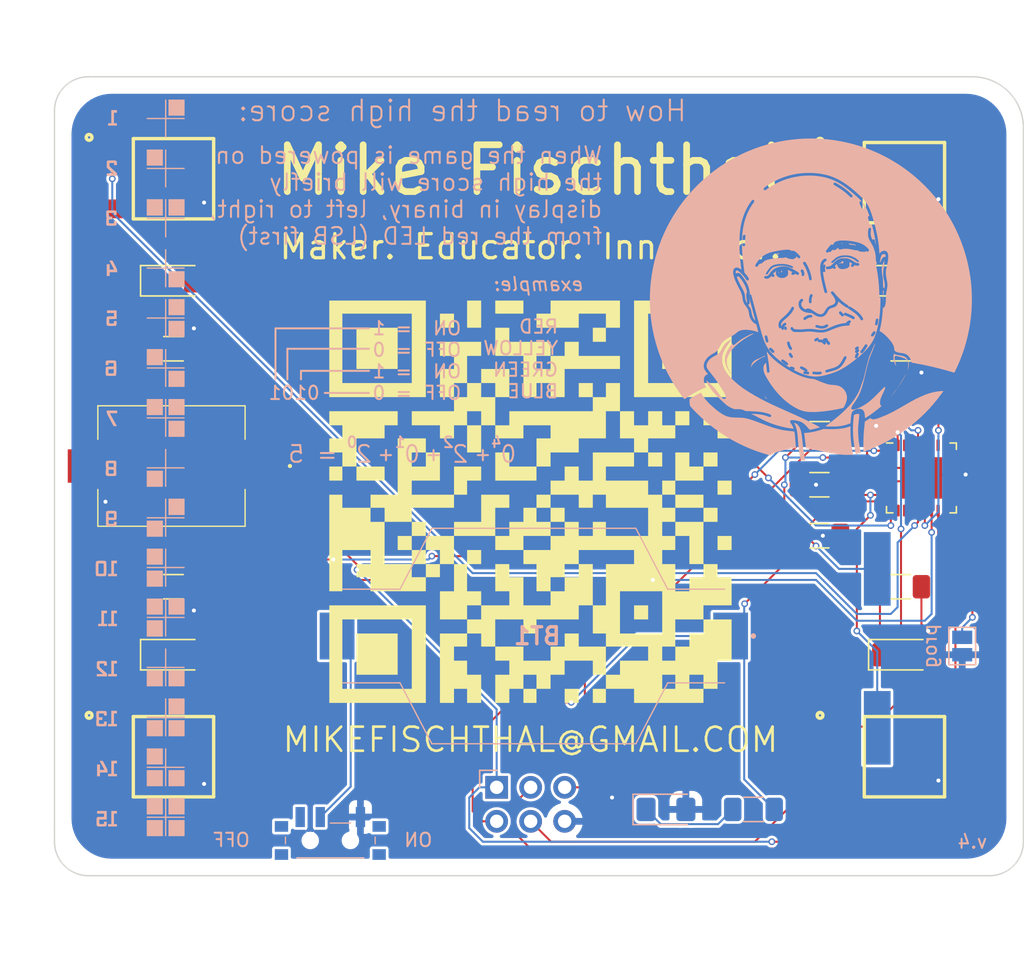
<source format=kicad_pcb>
(kicad_pcb (version 20211014) (generator pcbnew)
  (layers (0 "F.Cu" signal) (31 "B.Cu" signal) (34 "B.Paste" user) (35 "F.Paste" user) (36 "B.SilkS" user "B.Silkscreen") (37 "F.SilkS" user "F.Silkscreen") (38 "B.Mask" user) (39 "F.Mask" user) (44 "Edge.Cuts" user))
  (net 0 "")
  (net 1 "xtalO")
  (net 2 "GND")
  (net 3 "xtalI")
  (net 4 "Net-(D1-Pad1)")
  (net 5 "Net-(D1-Pad2)")
  (net 6 "Net-(D2-Pad1)")
  (net 7 "Net-(D2-Pad2)")
  (net 8 "Net-(D3-Pad1)")
  (net 9 "Net-(D3-Pad2)")
  (net 10 "Net-(D4-Pad1)")
  (net 11 "Net-(D4-Pad2)")
  (net 12 "VCC")
  (net 13 "Net-(U1-Pad24)")
  (net 14 "Net-(SW1-Pad1)")
  (net 15 "Net-(SW2-Pad1)")
  (net 16 "Net-(SW3-Pad1)")
  (net 17 "Net-(BT1-Pad2)")
  (net 30 "Net-(D5-Pad1)")
  (net 37 "/MOSI")
  (net 38 "/MISO")
  (net 39 "/SCLK")
  (net 40 "/RESET")
  (footprint "LED_SMD:LED_1206_3216Metric_Pad1.42x1.75mm_HandSolder" (layer "F.Cu") (at 119.38 83.82)
    (fp_text reference "D4")
    (fp_text value "RED")
    (pad "1" smd roundrect locked (at -1.4875 0) (size 1.425 1.75) (layers "F.Cu" "F.Paste" "F.Mask") (roundrect_rratio 0.175439) (net 10 "Net-(D4-Pad1)"))
    (pad "2" smd roundrect locked (at 1.4875 0) (size 1.425 1.75) (layers "F.Cu" "F.Paste" "F.Mask") (roundrect_rratio 0.175439) (net 11 "Net-(D4-Pad2)"))
  )
  (footprint "Resistor_SMD:R_1206_3216Metric_Pad1.30x1.75mm_HandSolder" (layer "F.Cu") (at 119.38 106.68)
    (fp_text reference "R3")
    (fp_text value "330Ω")
    (pad "1" smd roundrect locked (at -1.55 0) (size 1.3 1.75) (layers "F.Cu" "F.Paste" "F.Mask") (roundrect_rratio 0.192308) (net 6 "Net-(D2-Pad1)"))
    (pad "2" smd roundrect locked (at 1.55 0) (size 1.3 1.75) (layers "F.Cu" "F.Paste" "F.Mask") (roundrect_rratio 0.192308) (net 2 "GND"))
  )
  (footprint "SamacSys_Parts:FSM4JSMATR" (layer "F.Cu") (at 173.99 76.49 90)
    (fp_text reference "SW2")
    (fp_text value "yellow" hide)
    (pad "1" smd rect locked (at 2.25 -4.55 90) (size 1.4 2.1) (layers "F.Cu" "F.Paste" "F.Mask") (net 15 "Net-(SW2-Pad1)"))
    (pad "2" smd rect locked (at 2.25 4.55 90) (size 1.4 2.1) (layers "F.Cu" "F.Paste" "F.Mask"))
    (pad "3" smd rect locked (at -2.25 -4.55 90) (size 1.4 2.1) (layers "F.Cu" "F.Paste" "F.Mask"))
    (pad "4" smd rect locked (at -2.25 4.55 90) (size 1.4 2.1) (layers "F.Cu" "F.Paste" "F.Mask") (net 2 "GND"))
  )
  (footprint "Package_DFN_QFN:QFN-32-1EP_5x5mm_P0.5mm_EP3.1x3.1mm" (layer "F.Cu") (at 175.26 98.552)
    (fp_text reference "U1")
    (fp_text value "ATmega168-20M")
    (pad "1" smd roundrect locked (at -2.4375 -1.75) (size 0.875 0.25) (layers "F.Cu" "F.Paste" "F.Mask") (net 7 "Net-(D2-Pad2)"))
    (pad "2" smd roundrect locked (at -2.4375 -1.25) (size 0.875 0.25) (layers "F.Cu" "F.Paste" "F.Mask") (net 9 "Net-(D3-Pad2)"))
    (pad "3" smd roundrect locked (at -2.4375 -0.75) (size 0.875 0.25) (layers "F.Cu" "F.Paste" "F.Mask") (net 2 "GND"))
    (pad "4" smd roundrect locked (at -2.4375 -0.25) (size 0.875 0.25) (layers "F.Cu" "F.Paste" "F.Mask") (net 12 "VCC"))
    (pad "5" smd roundrect locked (at -2.4375 0.25) (size 0.875 0.25) (layers "F.Cu" "F.Paste" "F.Mask") (net 2 "GND"))
    (pad "6" smd roundrect locked (at -2.4375 0.75) (size 0.875 0.25) (layers "F.Cu" "F.Paste" "F.Mask") (net 12 "VCC"))
    (pad "7" smd roundrect locked (at -2.4375 1.25) (size 0.875 0.25) (layers "F.Cu" "F.Paste" "F.Mask") (net 3 "xtalI"))
    (pad "8" smd roundrect locked (at -2.4375 1.75) (size 0.875 0.25) (layers "F.Cu" "F.Paste" "F.Mask") (net 1 "xtalO"))
    (pad "9" smd roundrect locked (at -1.75 2.4375) (size 0.25 0.875) (layers "F.Cu" "F.Paste" "F.Mask") (net 11 "Net-(D4-Pad2)"))
    (pad "10" smd roundrect locked (at -1.25 2.4375) (size 0.25 0.875) (layers "F.Cu" "F.Paste" "F.Mask"))
    (pad "11" smd roundrect locked (at -0.75 2.4375) (size 0.25 0.875) (layers "F.Cu" "F.Paste" "F.Mask"))
    (pad "12" smd roundrect locked (at -0.25 2.4375) (size 0.25 0.875) (layers "F.Cu" "F.Paste" "F.Mask") (net 14 "Net-(SW1-Pad1)"))
    (pad "13" smd roundrect locked (at 0.25 2.4375) (size 0.25 0.875) (layers "F.Cu" "F.Paste" "F.Mask") (net 15 "Net-(SW2-Pad1)"))
    (pad "14" smd roundrect locked (at 0.75 2.4375) (size 0.25 0.875) (layers "F.Cu" "F.Paste" "F.Mask") (net 16 "Net-(SW3-Pad1)"))
    (pad "15" smd roundrect locked (at 1.25 2.4375) (size 0.25 0.875) (layers "F.Cu" "F.Paste" "F.Mask") (net 37 "/MOSI"))
    (pad "16" smd roundrect locked (at 1.75 2.4375) (size 0.25 0.875) (layers "F.Cu" "F.Paste" "F.Mask") (net 38 "/MISO"))
    (pad "17" smd roundrect locked (at 2.4375 1.75) (size 0.875 0.25) (layers "F.Cu" "F.Paste" "F.Mask") (net 39 "/SCLK"))
    (pad "18" smd roundrect locked (at 2.4375 1.25) (size 0.875 0.25) (layers "F.Cu" "F.Paste" "F.Mask"))
    (pad "19" smd roundrect locked (at 2.4375 0.75) (size 0.875 0.25) (layers "F.Cu" "F.Paste" "F.Mask"))
    (pad "20" smd roundrect locked (at 2.4375 0.25) (size 0.875 0.25) (layers "F.Cu" "F.Paste" "F.Mask"))
    (pad "21" smd roundrect locked (at 2.4375 -0.25) (size 0.875 0.25) (layers "F.Cu" "F.Paste" "F.Mask") (net 2 "GND"))
    (pad "22" smd roundrect locked (at 2.4375 -0.75) (size 0.875 0.25) (layers "F.Cu" "F.Paste" "F.Mask"))
    (pad "23" smd roundrect locked (at 2.4375 -1.25) (size 0.875 0.25) (layers "F.Cu" "F.Paste" "F.Mask"))
    (pad "24" smd roundrect locked (at 2.4375 -1.75) (size 0.875 0.25) (layers "F.Cu" "F.Paste" "F.Mask") (net 13 "Net-(U1-Pad24)"))
    (pad "25" smd roundrect locked (at 1.75 -2.4375) (size 0.25 0.875) (layers "F.Cu" "F.Paste" "F.Mask"))
    (pad "26" smd roundrect locked (at 1.25 -2.4375) (size 0.25 0.875) (layers "F.Cu" "F.Paste" "F.Mask"))
    (pad "27" smd roundrect locked (at 0.75 -2.4375) (size 0.25 0.875) (layers "F.Cu" "F.Paste" "F.Mask"))
    (pad "28" smd roundrect locked (at 0.25 -2.4375) (size 0.25 0.875) (layers "F.Cu" "F.Paste" "F.Mask"))
    (pad "29" smd roundrect locked (at -0.25 -2.4375) (size 0.25 0.875) (layers "F.Cu" "F.Paste" "F.Mask") (net 40 "/RESET"))
    (pad "30" smd roundrect locked (at -0.75 -2.4375) (size 0.25 0.875) (layers "F.Cu" "F.Paste" "F.Mask"))
    (pad "31" smd roundrect locked (at -1.25 -2.4375) (size 0.25 0.875) (layers "F.Cu" "F.Paste" "F.Mask"))
    (pad "32" smd roundrect locked (at -1.75 -2.4375) (size 0.25 0.875) (layers "F.Cu" "F.Paste" "F.Mask") (net 5 "Net-(D1-Pad2)"))
    (pad "33" smd rect locked (at 0 0) (size 3.1 3.1) (layers "F.Cu" "F.Mask") (net 2 "GND"))
  )
  (footprint "SamacSys_Parts:FSM4JSMATR" (layer "F.Cu") (at 119.38 119.38 90)
    (fp_text reference "SW3")
    (fp_text value "green" hide)
    (pad "1" smd rect locked (at 2.25 -4.55 90) (size 1.4 2.1) (layers "F.Cu" "F.Paste" "F.Mask") (net 16 "Net-(SW3-Pad1)"))
    (pad "2" smd rect locked (at 2.25 4.55 90) (size 1.4 2.1) (layers "F.Cu" "F.Paste" "F.Mask"))
    (pad "3" smd rect locked (at -2.25 -4.55 90) (size 1.4 2.1) (layers "F.Cu" "F.Paste" "F.Mask"))
    (pad "4" smd rect locked (at -2.25 4.55 90) (size 1.4 2.1) (layers "F.Cu" "F.Paste" "F.Mask") (net 2 "GND"))
  )
  (footprint "Resistor_SMD:R_1206_3216Metric_Pad1.30x1.75mm_HandSolder" (layer "F.Cu") (at 119.38 88.9)
    (fp_text reference "R5")
    (fp_text value "470Ω")
    (pad "1" smd roundrect locked (at -1.55 0) (size 1.3 1.75) (layers "F.Cu" "F.Paste" "F.Mask") (roundrect_rratio 0.192308) (net 10 "Net-(D4-Pad1)"))
    (pad "2" smd roundrect locked (at 1.55 0) (size 1.3 1.75) (layers "F.Cu" "F.Paste" "F.Mask") (roundrect_rratio 0.192308) (net 2 "GND"))
  )
  (footprint "Capacitor_SMD:C_1206_3216Metric_Pad1.33x1.80mm_HandSolder" (layer "F.Cu") (at 167.64 102.87)
    (fp_text reference "C1")
    (fp_text value "22pF")
    (pad "1" smd roundrect locked (at -1.5625 0) (size 1.325 1.8) (layers "F.Cu" "F.Paste" "F.Mask") (roundrect_rratio 0.188679) (net 1 "xtalO"))
    (pad "2" smd roundrect locked (at 1.5625 0) (size 1.325 1.8) (layers "F.Cu" "F.Paste" "F.Mask") (roundrect_rratio 0.188679) (net 2 "GND"))
  )
  (footprint "Resistor_SMD:R_1206_3216Metric_Pad1.30x1.75mm_HandSolder" (layer "F.Cu") (at 167.6525 95.25)
    (fp_text reference "R1")
    (fp_text value "10kΩ")
    (pad "1" smd roundrect locked (at -1.55 0) (size 1.3 1.75) (layers "F.Cu" "F.Paste" "F.Mask") (roundrect_rratio 0.192308) (net 12 "VCC"))
    (pad "2" smd roundrect locked (at 1.55 0) (size 1.3 1.75) (layers "F.Cu" "F.Paste" "F.Mask") (roundrect_rratio 0.192308) (net 40 "/RESET"))
  )
  (footprint "SamacSys_Parts:FSM4JSMATR" (layer "F.Cu") (at 119.38 76.2 90)
    (fp_text reference "SW1")
    (fp_text value "red" hide)
    (pad "1" smd rect locked (at 2.25 -4.55 90) (size 1.4 2.1) (layers "F.Cu" "F.Paste" "F.Mask") (net 14 "Net-(SW1-Pad1)"))
    (pad "2" smd rect locked (at 2.25 4.55 90) (size 1.4 2.1) (layers "F.Cu" "F.Paste" "F.Mask"))
    (pad "3" smd rect locked (at -2.25 -4.55 90) (size 1.4 2.1) (layers "F.Cu" "F.Paste" "F.Mask"))
    (pad "4" smd rect locked (at -2.25 4.55 90) (size 1.4 2.1) (layers "F.Cu" "F.Paste" "F.Mask") (net 2 "GND"))
  )
  (footprint "Capacitor_SMD:C_1206_3216Metric_Pad1.33x1.80mm_HandSolder" (layer "F.Cu") (at 167.64 99.06 180)
    (fp_text reference "C2")
    (fp_text value "22pF")
    (pad "1" smd roundrect locked (at -1.5625 0 180) (size 1.325 1.8) (layers "F.Cu" "F.Paste" "F.Mask") (roundrect_rratio 0.188679) (net 3 "xtalI"))
    (pad "2" smd roundrect locked (at 1.5625 0 180) (size 1.325 1.8) (layers "F.Cu" "F.Paste" "F.Mask") (roundrect_rratio 0.188679) (net 2 "GND"))
  )
  (footprint "LED_SMD:LED_1206_3216Metric_Pad1.42x1.75mm_HandSolder" (layer "F.Cu") (at 173.7725 83.82)
    (fp_text reference "D3")
    (fp_text value "YELLOW")
    (pad "1" smd roundrect locked (at -1.4875 0) (size 1.425 1.75) (layers "F.Cu" "F.Paste" "F.Mask") (roundrect_rratio 0.175439) (net 8 "Net-(D3-Pad1)"))
    (pad "2" smd roundrect locked (at 1.4875 0) (size 1.425 1.75) (layers "F.Cu" "F.Paste" "F.Mask") (roundrect_rratio 0.175439) (net 9 "Net-(D3-Pad2)"))
  )
  (footprint "Resistor_SMD:R_1206_3216Metric_Pad1.30x1.75mm_HandSolder" (layer "F.Cu") (at 173.71 106.68 180)
    (fp_text reference "R2")
    (fp_text value "10Ω")
    (pad "1" smd roundrect locked (at -1.55 0 180) (size 1.3 1.75) (layers "F.Cu" "F.Paste" "F.Mask") (roundrect_rratio 0.192308) (net 2 "GND"))
    (pad "2" smd roundrect locked (at 1.55 0 180) (size 1.3 1.75) (layers "F.Cu" "F.Paste" "F.Mask") (roundrect_rratio 0.192308) (net 4 "Net-(D1-Pad1)"))
  )
  (footprint "LED_SMD:LED_1206_3216Metric_Pad1.42x1.75mm_HandSolder" (layer "F.Cu") (at 173.7725 111.76)
    (fp_text reference "D1")
    (fp_text value "BLUE")
    (pad "1" smd roundrect locked (at -1.4875 0) (size 1.425 1.75) (layers "F.Cu" "F.Paste" "F.Mask") (roundrect_rratio 0.175439) (net 4 "Net-(D1-Pad1)"))
    (pad "2" smd roundrect locked (at 1.4875 0) (size 1.425 1.75) (layers "F.Cu" "F.Paste" "F.Mask") (roundrect_rratio 0.175439) (net 5 "Net-(D1-Pad2)"))
  )
  (footprint "SamacSys_Parts:CPT111783SMTTR" (layer "F.Cu") (at 125.73 97.663 -90)
    (fp_text reference "LS1")
    (fp_text value "Speaker" hide)
    (pad "1" smd rect (at 0 0 270) (size 2.5 2.5) (layers "F.Cu" "F.Paste" "F.Mask") (net 38 "/MISO"))
    (pad "2" smd rect (at 0 13 270) (size 2.5 2.5) (layers "F.Cu" "F.Paste" "F.Mask") (net 2 "GND"))
  )
  (footprint "SamacSys_Parts:QR" (layer "F.Cu") (at 146.05 100.33)
    (fp_text reference "G***")
    (fp_text value "LOGO" hide)
  )
  (footprint "Resistor_SMD:R_1206_3216Metric_Pad1.30x1.75mm_HandSolder" (layer "F.Cu") (at 173.71 88.9)
    (fp_text reference "R4")
    (fp_text value "330Ω")
    (pad "1" smd roundrect locked (at -1.55 0) (size 1.3 1.75) (layers "F.Cu" "F.Paste" "F.Mask") (roundrect_rratio 0.192308) (net 8 "Net-(D3-Pad1)"))
    (pad "2" smd roundrect locked (at 1.55 0) (size 1.3 1.75) (layers "F.Cu" "F.Paste" "F.Mask") (roundrect_rratio 0.192308) (net 2 "GND"))
  )
  (footprint "SamacSys_Parts:FSM4JSMATR" (layer "F.Cu") (at 173.99 119.38 90)
    (fp_text reference "SW4")
    (fp_text value "blue" hide)
    (pad "1" smd rect locked (at 2.25 -4.55 90) (size 1.4 2.1) (layers "F.Cu" "F.Paste" "F.Mask") (net 37 "/MOSI"))
    (pad "2" smd rect locked (at 2.25 4.55 90) (size 1.4 2.1) (layers "F.Cu" "F.Paste" "F.Mask"))
    (pad "3" smd rect locked (at -2.25 -4.55 90) (size 1.4 2.1) (layers "F.Cu" "F.Paste" "F.Mask"))
    (pad "4" smd rect locked (at -2.25 4.55 90) (size 1.4 2.1) (layers "F.Cu" "F.Paste" "F.Mask") (net 2 "GND"))
  )
  (footprint "LED_SMD:LED_1206_3216Metric_Pad1.42x1.75mm_HandSolder" (layer "F.Cu") (at 119.38 111.76)
    (fp_text reference "D2")
    (fp_text value "GREEN")
    (pad "1" smd roundrect locked (at -1.4875 0) (size 1.425 1.75) (layers "F.Cu" "F.Paste" "F.Mask") (roundrect_rratio 0.175439) (net 6 "Net-(D2-Pad1)"))
    (pad "2" smd roundrect locked (at 1.4875 0) (size 1.425 1.75) (layers "F.Cu" "F.Paste" "F.Mask") (roundrect_rratio 0.175439) (net 7 "Net-(D2-Pad2)"))
  )
  (footprint "SamacSys_Parts:MSS3VTR" (layer "B.Cu") (at 131.097 126.937 180)
    (fp_text reference "S1")
    (fp_text value "POWER SW" hide)
    (pad "" np_thru_hole circle locked (at -1.5 1.3 180) (size 0.9 0.9) (drill 0.9) (layers *.Cu *.Mask))
    (pad "" np_thru_hole circle locked (at 1.5 1.3 180) (size 0.9 0.9) (drill 0.9) (layers *.Cu *.Mask))
    (pad "A1" smd rect locked (at -2.25 3.05 180) (size 0.7 1.5) (layers "B.Cu" "B.Paste" "B.Mask") (net 2 "GND"))
    (pad "B1" smd rect locked (at 0.75 3.05 180) (size 0.7 1.5) (layers "B.Cu" "B.Paste" "B.Mask") (net 17 "Net-(BT1-Pad2)"))
    (pad "C1" smd rect locked (at 2.25 3.05 180) (size 0.7 1.5) (layers "B.Cu" "B.Paste" "B.Mask"))
    (pad "MP1" smd rect locked (at -3.65 2.35 90) (size 0.8 1) (layers "B.Cu" "B.Paste" "B.Mask"))
    (pad "MP2" smd rect locked (at -3.65 0.25 90) (size 0.8 1) (layers "B.Cu" "B.Paste" "B.Mask"))
    (pad "MP3" smd rect locked (at 3.65 0.25 90) (size 0.8 1) (layers "B.Cu" "B.Paste" "B.Mask"))
    (pad "MP4" smd rect locked (at 3.65 2.35 90) (size 0.8 1) (layers "B.Cu" "B.Paste" "B.Mask"))
  )
  (footprint "Crystal:Crystal_SMD_HC49-SD_HandSoldering" (layer "B.Cu") (at 171.958 111.2835 -90)
    (fp_text reference "Y1")
    (fp_text value "16.00Mhz")
    (pad "1" smd rect (at -5.9375 0 270) (size 5.5 2) (layers "B.Cu" "B.Paste" "B.Mask") (net 1 "xtalO"))
    (pad "2" smd rect (at 5.9375 0 270) (size 5.5 2) (layers "B.Cu" "B.Paste" "B.Mask") (net 3 "xtalI"))
  )
  (footprint "Mike:portrait_25mm" (layer "B.Cu") (at 167.005 85.217 180)
    (fp_text reference "G***")
    (fp_text value "LOGO" hide)
  )
  (footprint "SamacSys_Parts:SMTU2032LF" (layer "B.Cu") (at 146.304 110.363 180)
    (fp_text reference "BT1" (at -0.25 0) (layer "B.SilkS") (effects (font (size 1.27 1.27) (thickness 0.254)) (justify mirror)))
    (fp_text value "3V" hide)
    (pad "1" smd rect locked (at -14.7 0 180) (size 2.6 3.5) (layers "B.Cu" "B.Paste" "B.Mask") (net 12 "VCC"))
    (pad "2" smd rect locked (at 14.7 0 180) (size 2.6 3.5) (layers "B.Cu" "B.Paste" "B.Mask") (net 17 "Net-(BT1-Pad2)"))
  )
  (footprint "Jumper:SolderJumper-2_P1.3mm_Open_Pad1.0x1.5mm" (layer "B.Cu") (at 178.308 111.11 -90)
    (fp_text reference "prog" (at 0 2.413 90) (layer "B.SilkS") (effects (justify mirror)))
    (fp_text value "test_mode")
    (pad "1" smd rect locked (at -0.65 0 270) (size 1 1.5) (layers "B.Cu" "B.Mask") (net 13 "Net-(U1-Pad24)"))
    (pad "2" smd rect locked (at 0.65 0 270) (size 1 1.5) (layers "B.Cu" "B.Mask") (net 2 "GND"))
  )
  (footprint "LED_SMD:LED_1206_3216Metric_Pad1.42x1.75mm_HandSolder" (layer "B.Cu") (at 156.1735 123.317)
    (fp_text reference "D5")
    (fp_text value "WHITE")
    (pad "1" smd roundrect locked (at -1.4875 0) (size 1.425 1.75) (layers "B.Cu" "B.Paste" "B.Mask") (roundrect_rratio 0.175439) (net 30 "Net-(D5-Pad1)"))
    (pad "2" smd roundrect locked (at 1.4875 0) (size 1.425 1.75) (layers "B.Cu" "B.Paste" "B.Mask") (roundrect_rratio 0.175439) (net 2 "GND"))
  )
  (footprint "SamacSys_Parts:score" (layer "B.Cu") (at 116.84 97.79 180)
    (fp_text reference "G***")
    (fp_text value "LOGO" hide)
  )
  (footprint "Connector_PinHeader_2.54mm:PinHeader_2x03_P2.54mm_Horizontal" (layer "B.Cu") (at 143.525 121.666 -90)
    (fp_text reference "J1")
    (fp_text value "AVR-ISP-6")
    (pad "1" thru_hole rect (at 0 0 270) (size 1.7 1.7) (drill 1) (layers *.Cu *.Mask) (net 38 "/MISO"))
    (pad "2" thru_hole oval (at 2.54 0 270) (size 1.7 1.7) (drill 1) (layers *.Cu *.Mask) (net 12 "VCC"))
    (pad "3" thru_hole oval (at 0 -2.54 270) (size 1.7 1.7) (drill 1) (layers *.Cu *.Mask) (net 39 "/SCLK"))
    (pad "4" thru_hole oval (at 2.54 -2.54 270) (size 1.7 1.7) (drill 1) (layers *.Cu *.Mask) (net 37 "/MOSI"))
    (pad "5" thru_hole oval (at 0 -5.08 270) (size 1.7 1.7) (drill 1) (layers *.Cu *.Mask) (net 40 "/RESET"))
    (pad "6" thru_hole oval (at 2.54 -5.08 270) (size 1.7 1.7) (drill 1) (layers *.Cu *.Mask) (net 2 "GND"))
  )
  (footprint "Resistor_SMD:R_1206_3216Metric_Pad1.30x1.75mm_HandSolder" (layer "B.Cu") (at 162.713 123.317 180)
    (fp_text reference "R6")
    (fp_text value "470Ω")
    (pad "1" smd roundrect locked (at -1.55 0 180) (size 1.3 1.75) (layers "B.Cu" "B.Paste" "B.Mask") (roundrect_rratio 0.192308) (net 12 "VCC"))
    (pad "2" smd roundrect locked (at 1.55 0 180) (size 1.3 1.75) (layers "B.Cu" "B.Paste" "B.Mask") (roundrect_rratio 0.192308) (net 30 "Net-(D5-Pad1)"))
  )
  (gr_line (start 128.905 90.551) (end 128.905 91.186) (layer "B.SilkS") (width 0.15))
  (gr_line (start 133.985 87.376) (end 127 87.376) (layer "B.SilkS") (width 0.15))
  (gr_line (start 133.985 88.9) (end 127.889 88.9) (layer "B.SilkS") (width 0.15))
  (gr_line (start 133.985 90.551) (end 128.905 90.551) (layer "B.SilkS") (width 0.15))
  (gr_line (start 133.985 92.202) (end 130.683 92.202) (layer "B.SilkS") (width 0.15))
  (gr_line (start 127.889 88.9) (end 127.889 91.186) (layer "B.SilkS") (width 0.15))
  (gr_line (start 127 87.376) (end 127 91.186) (layer "B.SilkS") (width 0.15))
  (gr_line (start 113.03 128.27) (end 180.34 128.27) (layer "Edge.Cuts") (width 0.1))
  (gr_arc (start 113.03 128.27) (mid 111.233949 127.526051) (end 110.49 125.73) (layer "Edge.Cuts") (width 0.1))
  (gr_line (start 113.03 68.58) (end 176.53 68.58) (layer "Edge.Cuts") (width 0.1))
  (gr_arc (start 110.49 71.12) (mid 111.233949 69.323949) (end 113.03 68.58) (layer "Edge.Cuts") (width 0.1))
  (gr_line (start 182.88 119.38) (end 182.88 73.66) (layer "Edge.Cuts") (width 0.1))
  (gr_line (start 182.88 72.39) (end 182.88 73.66) (layer "Edge.Cuts") (width 0.1))
  (gr_line (start 110.49 125.73) (end 110.49 124.46) (layer "Edge.Cuts") (width 0.1))
  (gr_arc (start 182.88 125.73) (mid 182.136051 127.526051) (end 180.34 128.27) (layer "Edge.Cuts") (width 0.1))
  (gr_line (start 110.49 71.12) (end 110.49 124.46) (layer "Edge.Cuts") (width 0.1))
  (gr_line (start 182.88 125.73) (end 182.88 119.38) (layer "Edge.Cuts") (width 0.1))
  (gr_line (start 179.07 68.58) (end 176.53 68.58) (layer "Edge.Cuts") (width 0.1))
  (gr_arc (start 179.07 68.58) (mid 181.764077 69.695923) (end 182.88 72.39) (layer "Edge.Cuts") (width 0.1))
  (gr_text "How to read the high score:" (at 140.97 71.12) (layer "B.SilkS") (effects (font (size 1.55 1.55)) (justify mirror)))
  (gr_text "2" (at 133.604 96.774) (layer "B.SilkS") (effects (font (size 1.25 1.25)) (justify mirror)))
  (gr_text "0" (at 144.399 96.774) (layer "B.SilkS") (effects (font (size 1.25 1.25)) (justify mirror)))
  (gr_text "v.4" (at 179.07 125.73) (layer "B.SilkS") (effects (font (size 1 1)) (justify mirror)))
  (gr_text "2" (at 139.911666 95.885) (layer "B.SilkS") (effects (font (size 0.8 0.8)) (justify mirror)))
  (gr_text "example:" (at 146.685 84.074) (layer "B.SilkS") (effects (font (size 1 1) (thickness 0.15) italic) (justify mirror)))
  (gr_text "0" (at 137.202333 96.774) (layer "B.SilkS") (effects (font (size 1.25 1.25)) (justify mirror)))
  (gr_text "When the game is powered on\nthe high score will briefly\ndisplay in binary, left to right,\nfrom the red LED (LSB first)" (at 151.511 77.47) (layer "B.SilkS") (effects (font (size 1.25 1.25)) (justify left mirror)))
  (gr_text "+" (at 135.255 96.774) (layer "B.SilkS") (effects (font (size 1 1)) (justify mirror)))
  (gr_text "+" (at 142.494 96.774) (layer "B.SilkS") (effects (font (size 1 1)) (justify mirror)))
  (gr_text "0101" (at 128.397 92.202) (layer "B.SilkS") (effects (font (size 1 1)) (justify mirror)))
  (gr_text "0" (at 132.715 95.885) (layer "B.SilkS") (effects (font (size 0.8 0.8)) (justify mirror)))
  (gr_text "= 1\n= 0\n= 1\n= 0" (at 135.73 89.789) (layer "B.SilkS") (effects (font (size 1 1)) (justify mirror)))
  (gr_text "1" (at 136.313333 95.885) (layer "B.SilkS") (effects (font (size 0.8 0.8)) (justify mirror)))
  (gr_text "ON\nOFF\nON\nOFF" (at 140.97 89.789) (layer "B.SilkS") (effects (font (size 1 1)) (justify left mirror)))
  (gr_text "2" (at 140.800666 96.774) (layer "B.SilkS") (effects (font (size 1.25 1.25)) (justify mirror)))
  (gr_text "+" (at 138.811 96.774) (layer "B.SilkS") (effects (font (size 1 1)) (justify mirror)))
  (gr_text "RED\nYELLOW\nGREEN\nBLUE" (at 148.209 89.662) (layer "B.SilkS") (effects (font (size 1 1)) (justify left mirror)))
  (gr_text "4" (at 143.51 95.885) (layer "B.SilkS") (effects (font (size 0.8 0.8)) (justify mirror)))
  (gr_text "ON" (at 137.668 125.603) (layer "B.SilkS") (effects (font (size 1 1)) (justify mirror)))
  (gr_text "OFF" (at 123.698 125.603) (layer "B.SilkS") (effects (font (size 1 1)) (justify mirror)))
  (gr_text "= 5" (at 129.794 96.774) (layer "B.SilkS") (effects (font (size 1.25 1.25)) (justify mirror)))
  (gr_text "MIKEFISCHTHAL@GMAIL.COM" (at 146.05 118.11) (layer "F.SilkS") (effects (font (size 1.8 1.8) (thickness 0.2))))
  (gr_text "Maker. Educator. Innovator." (at 146.05 81.28) (layer "F.SilkS") (effects (font (size 1.8 1.8) (thickness 0.25))))
  (gr_text "Mike Fischthal" (at 146.05 75.565) (layer "F.SilkS") (effects (font (size 3.5 3.5) (thickness 0.5))))
  (segment (start 168.6455 100.302) (end 172.8225 100.302) (width 0.15) (layer "F.Cu") (net 1))
  (segment (start 166.624 102.87) (end 166.0775 102.87) (width 0.15) (layer "F.Cu") (net 1))
  (segment (start 166.0775 102.87) (end 168.6455 100.302) (width 0.15) (layer "F.Cu") (net 1))
  (segment (start 167.386 103.632) (end 166.624 102.87) (width 0.15) (layer "F.Cu") (net 1))
  (via (at 167.386 103.632) (size 0.5) (drill 0.3) (layers "F.Cu" "B.Cu") (net 1))
  (segment (start 171.958 105.346) (end 169.1 105.346) (width 0.15) (layer "B.Cu") (net 1))
  (segment (start 169.1 105.346) (end 167.386 103.632) (width 0.15) (layer "B.Cu") (net 1))
  (segment (start 172.8225 98.802) (end 175.01 98.802) (width 0.15) (layer "F.Cu") (net 2))
  (segment (start 175.26 88.9) (end 175.26 90.678) (width 0.15) (layer "F.Cu") (net 2))
  (segment (start 175.26 106.68) (end 175.26 109.474) (width 0.15) (layer "F.Cu") (net 2))
  (segment (start 178.558 98.302) (end 178.562 98.298) (width 0.15) (layer "F.Cu") (net 2))
  (segment (start 120.93 106.68) (end 120.904 106.706) (width 0.15) (layer "F.Cu") (net 2))
  (segment (start 175.51 98.302) (end 175.26 98.552) (width 0.15) (layer "F.Cu") (net 2))
  (segment (start 123.93 78.45) (end 122.138 78.45) (width 0.15) (layer "F.Cu") (net 2))
  (segment (start 122.138 78.45) (end 121.666 77.978) (width 0.15) (layer "F.Cu") (net 2))
  (segment (start 174.51 97.802) (end 175.26 98.552) (width 0.15) (layer "F.Cu") (net 2))
  (segment (start 166.0775 99.06) (end 167.386 99.06) (width 0.15) (layer "F.Cu") (net 2))
  (segment (start 120.93 88.9) (end 120.93 87.402) (width 0.15) (layer "F.Cu") (net 2))
  (segment (start 121.884 121.63) (end 121.666 121.412) (width 0.15) (layer "F.Cu") (net 2))
  (segment (start 175.26 109.474) (end 175.768 109.982) (width 0.15) (layer "F.Cu") (net 2))
  (segment (start 120.93 87.402) (end 120.904 87.376) (width 0.15) (layer "F.Cu") (net 2))
  (segment (start 177.6975 98.302) (end 178.558 98.302) (width 0.15) (layer "F.Cu") (net 2))
  (segment (start 175.01 98.802) (end 175.26 98.552) (width 0.15) (layer "F.Cu") (net 2))
  (segment (start 148.605 124.206) (end 149.987 124.206) (width 0.15) (layer "F.Cu") (net 2))
  (segment (start 177.6975 98.302) (end 175.51 98.302) (width 0.15) (layer "F.Cu") (net 2))
  (segment (start 151.765 122.428) (end 152.146 122.428) (width 0.15) (layer "F.Cu") (net 2))
  (segment (start 149.987 124.206) (end 151.765 122.428) (width 0.15) (layer "F.Cu") (net 2))
  (segment (start 172.8225 97.802) (end 174.51 97.802) (width 0.15) (layer "F.Cu") (net 2))
  (segment (start 178.54 78.74) (end 177.546 78.74) (width 0.15) (layer "F.Cu") (net 2))
  (segment (start 169.2025 102.87) (end 167.894 102.87) (width 0.15) (layer "F.Cu") (net 2))
  (segment (start 178.54 121.63) (end 177.002 121.63) (width 0.15) (layer "F.Cu") (net 2))
  (segment (start 177.002 121.63) (end 176.53 121.158) (width 0.15) (layer "F.Cu") (net 2))
  (segment (start 177.546 78.74) (end 176.53 77.724) (width 0.15) (layer "F.Cu") (net 2))
  (segment (start 120.904 106.706) (end 120.904 108.458) (width 0.15) (layer "F.Cu") (net 2))
  (segment (start 123.93 121.63) (end 121.884 121.63) (width 0.15) (layer "F.Cu") (net 2))
  (segment (start 112.73 97.663) (end 112.73 98.76) (width 0.15) (layer "F.Cu") (net 2))
  (segment (start 112.73 98.76) (end 114.3 100.33) (width 0.15) (layer "F.Cu") (net 2))
  (via (at 167.386 99.06) (size 0.5) (drill 0.3) (layers "F.Cu" "B.Cu") (net 2))
  (via (at 121.666 77.978) (size 0.5) (drill 0.3) (layers "F.Cu" "B.Cu") (net 2))
  (via (at 178.562 98.298) (size 0.5) (drill 0.3) (layers "F.Cu" "B.Cu") (net 2))
  (via (at 121.666 121.412) (size 0.5) (drill 0.3) (layers "F.Cu" "B.Cu") (net 2))
  (via (at 175.26 90.678) (size 0.5) (drill 0.3) (layers "F.Cu" "B.Cu") (net 2))
  (via (at 120.904 108.458) (size 0.5) (drill 0.3) (layers "F.Cu" "B.Cu") (net 2))
  (via (at 176.53 77.724) (size 0.5) (drill 0.3) (layers "F.Cu" "B.Cu") (net 2))
  (via (at 152.146 122.428) (size 0.5) (drill 0.3) (layers "F.Cu" "B.Cu") (net 2))
  (via (at 114.3 100.33) (size 0.5) (drill 0.3) (layers "F.Cu" "B.Cu") (net 2))
  (via (at 120.904 87.376) (size 0.5) (drill 0.3) (layers "F.Cu" "B.Cu") (net 2))
  (via (at 167.894 102.87) (size 0.5) (drill 0.3) (layers "F.Cu" "B.Cu") (net 2))
  (via (at 176.53 121.158) (size 0.5) (drill 0.3) (layers "F.Cu" "B.Cu") (net 2))
  (via (at 175.768 109.982) (size 0.5) (drill 0.3) (layers "F.Cu" "B.Cu") (net 2))
  (segment (start 170.18 99.06) (end 170.942 99.822) (width 0.15) (layer "F.Cu") (net 3))
  (segment (start 172.8025 99.822) (end 172.8225 99.802) (width 0.15) (layer "F.Cu") (net 3))
  (segment (start 170.434 109.982) (end 170.434 102.362) (width 0.15) (layer "F.Cu") (net 3))
  (segment (start 169.2025 99.06) (end 170.18 99.06) (width 0.15) (layer "F.Cu") (net 3))
  (segment (start 170.942 99.822) (end 172.8025 99.822) (width 0.15) (layer "F.Cu") (net 3))
  (segment (start 170.434 102.362) (end 171.45 101.346) (width 0.15) (layer "F.Cu") (net 3))
  (via (at 171.45 99.822) (size 0.5) (drill 0.3) (layers "F.Cu" "B.Cu") (net 3))
  (via (at 170.434 109.982) (size 0.5) (drill 0.3) (layers "F.Cu" "B.Cu") (net 3))
  (via (at 171.45 101.346) (size 0.5) (drill 0.3) (layers "F.Cu" "B.Cu") (net 3))
  (segment (start 171.958 111.506) (end 170.434 109.982) (width 0.15) (layer "B.Cu") (net 3))
  (segment (start 171.45 101.346) (end 171.45 99.822) (width 0.15) (layer "B.Cu") (net 3))
  (segment (start 171.958 117.221) (end 171.958 111.506) (width 0.15) (layer "B.Cu") (net 3))
  (segment (start 172.16 111.635) (end 172.16 106.68) (width 0.15) (layer "F.Cu") (net 4))
  (segment (start 172.285 111.76) (end 172.16 111.635) (width 0.15) (layer "F.Cu") (net 4))
  (segment (start 173.482 95.134977) (end 173.482 96.0865) (width 0.15) (layer "F.Cu") (net 5))
  (segment (start 175.26 111.76) (end 173.736 110.236) (width 0.15) (layer "F.Cu") (net 5))
  (segment (start 173.482 96.0865) (end 173.51 96.1145) (width 0.15) (layer "F.Cu") (net 5))
  (segment (start 173.736 110.236) (end 173.736 102.362) (width 0.15) (layer "F.Cu") (net 5))
  (via (at 173.736 102.362) (size 0.5) (drill 0.3) (layers "F.Cu" "B.Cu") (net 5))
  (via (at 173.482 95.134977) (size 0.5) (drill 0.3) (layers "F.Cu" "B.Cu") (net 5))
  (segment (start 173.482 95.134977) (end 173.736 95.388977) (width 0.15) (layer "B.Cu") (net 5))
  (segment (start 173.736 95.388977) (end 173.736 102.362) (width 0.15) (layer "B.Cu") (net 5))
  (segment (start 117.83 106.68) (end 117.83 111.6975) (width 0.15) (layer "F.Cu") (net 6))
  (segment (start 117.83 111.6975) (end 117.8925 111.76) (width 0.15) (layer "F.Cu") (net 6))
  (segment (start 120.8675 111.76) (end 127.9795 104.648) (width 0.15) (layer "F.Cu") (net 7))
  (segment (start 156.718 104.394) (end 162.814 98.298) (width 0.15) (layer "F.Cu") (net 7))
  (segment (start 171.704 96.52) (end 172.5405 96.52) (width 0.15) (layer "F.Cu") (net 7))
  (segment (start 138.684 104.394) (end 156.718 104.394) (width 0.15) (layer "F.Cu") (net 7))
  (segment (start 127.9795 104.648) (end 131.318 104.648) (width 0.15) (layer "F.Cu") (net 7))
  (segment (start 172.5405 96.52) (end 172.8225 96.802) (width 0.15) (layer "F.Cu") (net 7))
  (via (at 131.318 104.648) (size 0.5) (drill 0.3) (layers "F.Cu" "B.Cu") (net 7))
  (via (at 171.704 96.52) (size 0.5) (drill 0.3) (layers "F.Cu" "B.Cu") (net 7))
  (via (at 162.814 98.298) (size 0.5) (drill 0.3) (layers "F.Cu" "B.Cu") (net 7))
  (via (at 138.684 104.394) (size 0.5) (drill 0.3) (layers "F.Cu" "B.Cu") (net 7))
  (segment (start 138.43 104.648) (end 138.684 104.394) (width 0.15) (layer "B.Cu") (net 7))
  (segment (start 164.592 96.52) (end 171.704 96.52) (width 0.15) (layer "B.Cu") (net 7))
  (segment (start 131.318 104.648) (end 138.43 104.648) (width 0.15) (layer "B.Cu") (net 7))
  (segment (start 162.814 98.298) (end 164.592 96.52) (width 0.15) (layer "B.Cu") (net 7))
  (segment (start 172.285 83.82) (end 172.285 88.775) (width 0.15) (layer "F.Cu") (net 8))
  (segment (start 172.285 88.775) (end 172.16 88.9) (width 0.15) (layer "F.Cu") (net 8))
  (segment (start 174.38548 84.69452) (end 174.38548 92.82252) (width 0.15) (layer "F.Cu") (net 9))
  (segment (start 174.38548 92.82252) (end 171.196 96.012) (width 0.15) (layer "F.Cu") (net 9))
  (segment (start 171.196 96.012) (end 171.196 96.774) (width 0.15) (layer "F.Cu") (net 9))
  (segment (start 171.196 96.774) (end 171.724 97.302) (width 0.15) (layer "F.Cu") (net 9))
  (segment (start 171.724 97.302) (end 172.8225 97.302) (width 0.15) (layer "F.Cu") (net 9))
  (segment (start 175.26 83.82) (end 174.38548 84.69452) (width 0.15) (layer "F.Cu") (net 9))
  (segment (start 117.83 83.8825) (end 117.83 88.9) (width 0.15) (layer "F.Cu") (net 10))
  (segment (start 117.8925 83.82) (end 117.83 83.8825) (width 0.15) (layer "F.Cu") (net 10))
  (segment (start 172.974 102.108) (end 172.974 101.5255) (width 0.15) (layer "F.Cu") (net 11))
  (segment (start 149.098 83.82) (end 163.83 98.552) (width 0.15) (layer "F.Cu") (net 11))
  (segment (start 172.974 101.5255) (end 173.51 100.9895) (width 0.15) (layer "F.Cu") (net 11))
  (segment (start 120.8675 83.82) (end 149.098 83.82) (width 0.15) (layer "F.Cu") (net 11))
  (via (at 163.83 98.552) (size 0.5) (drill 0.3) (layers "F.Cu" "B.Cu") (net 11))
  (via (at 172.974 102.108) (size 0.5) (drill 0.3) (layers "F.Cu" "B.Cu") (net 11))
  (segment (start 167.386 102.108) (end 172.974 102.108) (width 0.15) (layer "B.Cu") (net 11))
  (segment (start 163.83 98.552) (end 167.386 102.108) (width 0.15) (layer "B.Cu") (net 11))
  (segment (start 171.454 98.302) (end 171.958 98.806) (width 0.15) (layer "F.Cu") (net 12))
  (segment (start 171.454 98.302) (end 170.434 97.282) (width 0.15) (layer "F.Cu") (net 12))
  (segment (start 171.958 99.06) (end 172.2 99.302) (width 0.15) (layer "F.Cu") (net 12))
  (segment (start 171.958 98.806) (end 171.958 99.06) (width 0.15) (layer "F.Cu") (net 12))
  (segment (start 165.1 97.028) (end 166.1025 96.0255) (width 0.15) (layer "F.Cu") (net 12))
  (segment (start 149.098 115.316) (end 144.526 115.316) (width 0.15) (layer "F.Cu") (net 12))
  (segment (start 172.8225 98.302) (end 171.454 98.302) (width 0.15) (layer "F.Cu") (net 12))
  (segment (start 141.732 118.11) (end 141.732 123.444) (width 0.15) (layer "F.Cu") (net 12))
  (segment (start 142.494 124.206) (end 143.525 124.206) (width 0.15) (layer "F.Cu") (net 12))
  (segment (start 144.526 115.316) (end 141.732 118.11) (width 0.15) (layer "F.Cu") (net 12))
  (segment (start 170.18 97.028) (end 167.894 97.028) (width 0.15) (layer "F.Cu") (net 12))
  (segment (start 172.2 99.302) (end 172.8225 99.302) (width 0.15) (layer "F.Cu") (net 12))
  (segment (start 141.732 123.444) (end 142.494 124.206) (width 0.15) (layer "F.Cu") (net 12))
  (segment (start 165.0155 99.06) (end 165.0155 104.9865) (width 0.15) (layer "F.Cu") (net 12))
  (segment (start 166.1025 96.0255) (end 166.1025 95.25) (width 0.15) (layer "F.Cu") (net 12))
  (segment (start 170.434 97.282) (end 170.18 97.028) (width 0.15) (layer "F.Cu") (net 12))
  (segment (start 165.0155 104.9865) (end 162.052 107.95) (width 0.15) (layer "F.Cu") (net 12))
  (via (at 165.0155 99.06) (size 0.5) (drill 0.3) (layers "F.Cu" "B.Cu") (net 12))
  (via (at 167.894 97.028) (size 0.5) (drill 0.3) (layers "F.Cu" "B.Cu") (net 12))
  (via (at 149.098 115.316) (size 0.5) (drill 0.3) (layers "F.Cu" "B.Cu") (net 12))
  (via (at 165.1 97.028) (size 0.5) (drill 0.3) (layers "F.Cu" "B.Cu") (net 12))
  (via (at 162.052 107.95) (size 0.5) (drill 0.3) (layers "F.Cu" "B.Cu") (net 12))
  (segment (start 162.052 107.95) (end 162.02 107.982) (width 0.15) (layer "B.Cu") (net 12))
  (segment (start 165.1 97.028) (end 165.1 98.9755) (width 0.15) (layer "B.Cu") (net 12))
  (segment (start 162.02 107.982) (end 162.02 110.363) (width 0.15) (layer "B.Cu") (net 12))
  (segment (start 162.02 110.363) (end 162.02 121.074) (width 0.15) (layer "B.Cu") (net 12))
  (segment (start 154.051 110.363) (end 162.02 110.363) (width 0.15) (layer "B.Cu") (net 12))
  (segment (start 162.02 121.074) (end 164.263 123.317) (width 0.15) (layer "B.Cu") (net 12))
  (segment (start 167.894 97.028) (end 165.1 97.028) (width 0.15) (layer "B.Cu") (net 12))
  (segment (start 149.098 115.316) (end 154.051 110.363) (width 0.15) (layer "B.Cu") (net 12))
  (segment (start 165.1 98.9755) (end 165.0155 99.06) (width 0.15) (layer "B.Cu") (net 12))
  (segment (start 177.7255 96.774) (end 179.07 96.774) (width 0.15) (layer "F.Cu") (net 13))
  (segment (start 179.07 96.774) (end 179.07 108.966) (width 0.15) (layer "F.Cu") (net 13))
  (segment (start 177.7255 96.774) (end 177.6975 96.802) (width 0.15) (layer "F.Cu") (net 13))
  (via (at 179.07 108.966) (size 0.5) (drill 0.3) (layers "F.Cu" "B.Cu") (net 13))
  (segment (start 179.07 108.966) (end 178.308 109.728) (width 0.15) (layer "B.Cu") (net 13))
  (segment (start 178.308 109.728) (end 178.308 110.46) (width 0.15) (layer "B.Cu") (net 13))
  (segment (start 114.808 76.2) (end 114.83 76.178) (width 0.15) (layer "F.Cu") (net 14))
  (segment (start 175.01 101.85) (end 174.752 102.108) (width 0.15) (layer "F.Cu") (net 14))
  (segment (start 114.83 76.178) (end 114.83 73.95) (width 0.15) (layer "F.Cu") (net 14))
  (segment (start 175.01 100.9895) (end 175.01 101.85) (width 0.15) (layer "F.Cu") (net 14))
  (via (at 174.752 102.108) (size 0.5) (drill 0.3) (layers "F.Cu" "B.Cu") (net 14))
  (via (at 114.808 76.2) (size 0.5) (drill 0.3) (layers "F.Cu" "B.Cu") (net 14))
  (segment (start 114.808 78.74) (end 114.808 76.2) (width 0.15) (layer "B.Cu") (net 14))
  (segment (start 141.732 105.664) (end 114.808 78.74) (width 0.15) (layer "B.Cu") (net 14))
  (segment (start 172.974 108.712) (end 170.688 108.712) (width 0.15) (layer "B.Cu") (net 14))
  (segment (start 170.434 108.712) (end 167.386 105.664) (width 0.15) (layer "B.Cu") (net 14))
  (segment (start 173.482 103.378) (end 173.482 108.204) (width 0.15) (layer "B.Cu") (net 14))
  (segment (start 174.752 102.108) (end 173.482 103.378) (width 0.15) (layer "B.Cu") (net 14))
  (segment (start 167.386 105.664) (end 141.732 105.664) (width 0.15) (layer "B.Cu") (net 14))
  (segment (start 170.688 108.712) (end 170.434 108.712) (width 0.15) (layer "B.Cu") (net 14))
  (segment (start 173.482 108.204) (end 172.974 108.712) (width 0.15) (layer "B.Cu") (net 14))
  (segment (start 169.79 74.24) (end 176.53 80.98) (width 0.15) (layer "F.Cu") (net 15))
  (segment (start 175.514 102.108) (end 175.514 100.9935) (width 0.15) (layer "F.Cu") (net 15))
  (segment (start 175.514 100.9935) (end 175.51 100.9895) (width 0.15) (layer "F.Cu") (net 15))
  (segment (start 176.53 80.98) (end 176.53 94.996) (width 0.15) (layer "F.Cu") (net 15))
  (segment (start 169.44 74.24) (end 169.79 74.24) (width 0.15) (layer "F.Cu") (net 15))
  (via (at 175.514 102.108) (size 0.5) (drill 0.3) (layers "F.Cu" "B.Cu") (net 15))
  (via (at 176.53 94.996) (size 0.5) (drill 0.3) (layers "F.Cu" "B.Cu") (net 15))
  (segment (start 176.53 101.092) (end 175.514 102.108) (width 0.15) (layer "B.Cu") (net 15))
  (segment (start 176.53 94.996) (end 176.53 101.092) (width 0.15) (layer "B.Cu") (net 15))
  (segment (start 128.214072 106.172) (end 155.194 106.172) (width 0.15) (layer "F.Cu") (net 16))
  (segment (start 176.022 102.616) (end 176.022 101.0015) (width 0.15) (layer "F.Cu") (net 16))
  (segment (start 176.022 101.0015) (end 176.01 100.9895) (width 0.15) (layer "F.Cu") (net 16))
  (segment (start 114.83 117.13) (end 117.256072 117.13) (width 0.15) (layer "F.Cu") (net 16))
  (segment (start 117.256072 117.13) (end 128.214072 106.172) (width 0.15) (layer "F.Cu") (net 16))
  (via (at 176.022 102.616) (size 0.5) (drill 0.3) (layers "F.Cu" "B.Cu") (net 16))
  (via (at 155.194 106.172) (size 0.5) (drill 0.3) (layers "F.Cu" "B.Cu") (net 16))
  (segment (start 170.434 109.22) (end 175.514 109.22) (width 0.15) (layer "B.Cu") (net 16))
  (segment (start 167.386 106.172) (end 170.434 109.22) (width 0.15) (layer "B.Cu") (net 16))
  (segment (start 176.022 108.712) (end 176.022 102.616) (width 0.15) (layer "B.Cu") (net 16))
  (segment (start 155.194 106.172) (end 167.386 106.172) (width 0.15) (layer "B.Cu") (net 16))
  (segment (start 175.768 108.966) (end 176.022 108.712) (width 0.15) (layer "B.Cu") (net 16))
  (segment (start 175.514 109.22) (end 175.768 108.966) (width 0.15) (layer "B.Cu") (net 16))
  (segment (start 132.62 110.363) (end 132.62 121.614) (width 0.15) (layer "B.Cu") (net 17))
  (segment (start 132.62 121.614) (end 130.347 123.887) (width 0.15) (layer "B.Cu") (net 17))
  (segment (start 155.78552 124.41652) (end 154.686 123.317) (width 0.15) (layer "B.Cu") (net 30))
  (segment (start 161.163 123.317) (end 160.06348 124.41652) (width 0.15) (layer "B.Cu") (net 30))
  (segment (start 160.06348 124.41652) (end 155.78552 124.41652) (width 0.15) (layer "B.Cu") (net 30))
  (segment (start 176.51 112.268572) (end 176.51 100.9895) (width 0.15) (layer "F.Cu") (net 37))
  (segment (start 169.44 117.13) (end 171.648572 117.13) (width 0.15) (layer "F.Cu") (net 37))
  (segment (start 169.44 119.104) (end 162.814 125.73) (width 0.15) (layer "F.Cu") (net 37))
  (segment (start 169.44 117.13) (end 169.44 119.104) (width 0.15) (layer "F.Cu") (net 37))
  (segment (start 147.589 125.73) (end 146.065 124.206) (width 0.15) (layer "F.Cu") (net 37))
  (segment (start 171.648572 117.13) (end 176.51 112.268572) (width 0.15) (layer "F.Cu") (net 37))
  (segment (start 162.814 125.73) (end 147.589 125.73) (width 0.15) (layer "F.Cu") (net 37))
  (segment (start 177.01 116.36) (end 167.64 125.73) (width 0.15) (layer "F.Cu") (net 38))
  (segment (start 125.73 97.663) (end 133.096 105.029) (width 0.15) (layer "F.Cu") (net 38))
  (segment (start 167.64 125.73) (end 164.084 125.73) (width 0.15) (layer "F.Cu") (net 38))
  (segment (start 177.01 100.9895) (end 177.01 116.36) (width 0.15) (layer "F.Cu") (net 38))
  (segment (start 133.096 105.029) (end 133.096 105.41) (width 0.15) (layer "F.Cu") (net 38))
  (via (at 133.096 105.41) (size 0.5) (drill 0.3) (layers "F.Cu" "B.Cu") (net 38))
  (via (at 164.084 125.73) (size 0.5) (drill 0.3) (layers "F.Cu" "B.Cu") (net 38))
  (segment (start 143.525 121.666) (end 143.525 115.839) (width 0.15) (layer "B.Cu") (net 38))
  (segment (start 142.24 121.666) (end 143.525 121.666) (width 0.15) (layer "B.Cu") (net 38))
  (segment (start 141.478 122.428) (end 142.24 121.666) (width 0.15) (layer "B.Cu") (net 38))
  (segment (start 142.494 125.73) (end 141.478 124.714) (width 0.15) (layer "B.Cu") (net 38))
  (segment (start 143.525 115.839) (end 133.096 105.41) (width 0.15) (layer "B.Cu") (net 38))
  (segment (start 164.084 125.73) (end 142.494 125.73) (width 0.15) (layer "B.Cu") (net 38))
  (segment (start 141.478 124.714) (end 141.478 122.428) (width 0.15) (layer "B.Cu") (net 38))
  (segment (start 180.086 122.936) (end 180.086 116.476978) (width 0.15) (layer "F.Cu") (net 39))
  (segment (start 144.78 122.951) (end 144.78 124.968) (width 0.15) (layer "F.Cu") (net 39))
  (segment (start 144.78 124.968) (end 146.05 126.238) (width 0.15) (layer "F.Cu") (net 39))
  (segment (start 176.784 126.238) (end 180.086 122.936) (width 0.15) (layer "F.Cu") (net 39))
  (segment (start 180.086 116.476978) (end 179.433022 115.824) (width 0.15) (layer "F.Cu") (net 39))
  (segment (start 177.8 100.4045) (end 177.6975 100.302) (width 0.15) (layer "F.Cu") (net 39))
  (segment (start 179.433022 115.824) (end 178.562 115.824) (width 0.15) (layer "F.Cu") (net 39))
  (segment (start 177.8 115.062) (end 177.8 100.4045) (width 0.15) (layer "F.Cu") (net 39))
  (segment (start 146.05 126.238) (end 176.784 126.238) (width 0.15) (layer "F.Cu") (net 39))
  (segment (start 178.562 115.824) (end 177.8 115.062) (width 0.15) (layer "F.Cu") (net 39))
  (segment (start 146.065 121.666) (end 144.78 122.951) (width 0.15) (layer "F.Cu") (net 39))
  (segment (start 150.114 121.539) (end 149.987 121.666) (width 0.15) (layer "F.Cu") (net 40))
  (segment (start 171.286954 95.25) (end 171.876477 94.660477) (width 0.15) (layer "F.Cu") (net 40))
  (segment (start 150.114 121.539) (end 150.114 113.289928) (width 0.15) (layer "F.Cu") (net 40))
  (segment (start 168.153928 95.25) (end 169.2025 95.25) (width 0.15) (layer "F.Cu") (net 40))
  (segment (start 150.114 113.289928) (end 168.153928 95.25) (width 0.15) (layer "F.Cu") (net 40))
  (segment (start 175.006 96.1105) (end 175.01 96.1145) (width 0.15) (layer "F.Cu") (net 40))
  (segment (start 149.987 121.666) (end 148.605 121.666) (width 0.15) (layer "F.Cu") (net 40))
  (segment (start 175.006 94.996) (end 175.006 96.1105) (width 0.15) (layer "F.Cu") (net 40))
  (segment (start 169.2025 95.25) (end 171.286954 95.25) (width 0.15) (layer "F.Cu") (net 40))
  (via (at 175.006 94.996) (size 0.5) (drill 0.3) (layers "F.Cu" "B.Cu") (net 40))
  (via (at 171.876477 94.660477) (size 0.5) (drill 0.3) (layers "F.Cu" "B.Cu") (net 40))
  (segment (start 174.498 94.996) (end 175.006 94.996) (width 0.15) (layer "B.Cu") (net 40))
  (segment (start 171.876477 94.660477) (end 174.162477 94.660477) (width 0.15) (layer "B.Cu") (net 40))
  (segment (start 174.162477 94.660477) (end 174.498 94.996) (width 0.15) (layer "B.Cu") (net 40))
  (zone (net 2) (net_name "GND") (layer "B.Cu") (connect_pads (clearance 0.2)) (min_thickness 0.254) (fill yes (thermal_gap 0.508) (thermal_bridge_width 0.508) (smoothing fillet) (radius 3))
    (polygon (pts (xy 181.61 127) (xy 111.76 127) (xy 111.76 69.85) (xy 181.61 69.85)))
  )
)
</source>
